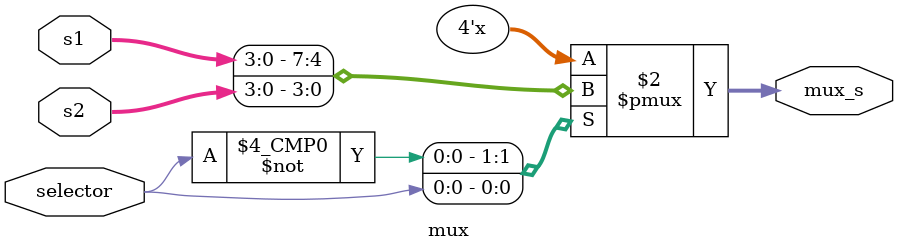
<source format=sv>
module mux (input logic [3:0] s1, s2,
					input logic selector,
					output logic [3:0] mux_s);
					
	always_comb 
		begin
			case(selector)
				// assigns output variable based on input of selector
				1'b0: 	mux_s = s1;
				1'b1:	mux_s = s2;
			endcase
	end
	
	

endmodule
</source>
